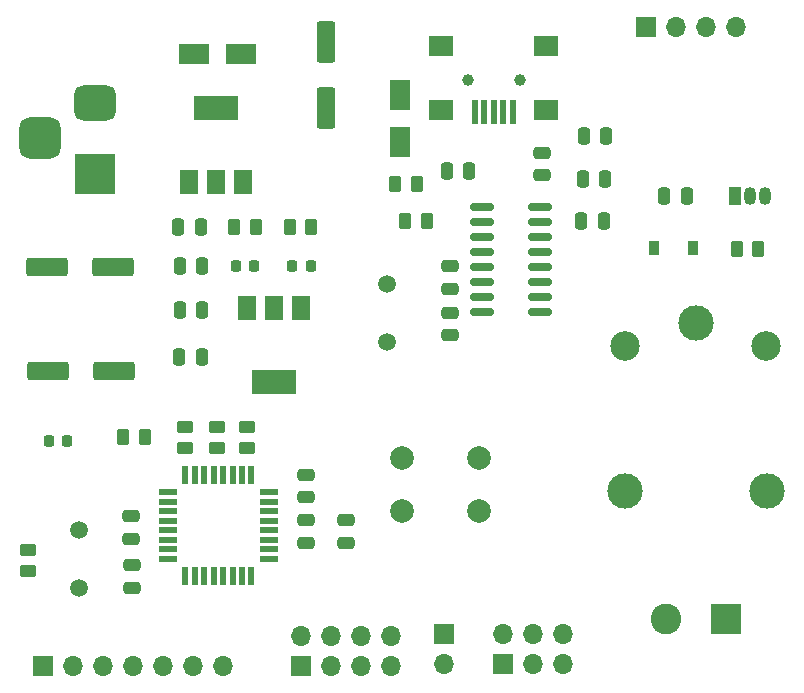
<source format=gbr>
%TF.GenerationSoftware,KiCad,Pcbnew,(6.0.5)*%
%TF.CreationDate,2022-09-16T11:29:29+05:30*%
%TF.ProjectId,wifi-module,77696669-2d6d-46f6-9475-6c652e6b6963,rev?*%
%TF.SameCoordinates,Original*%
%TF.FileFunction,Soldermask,Top*%
%TF.FilePolarity,Negative*%
%FSLAX46Y46*%
G04 Gerber Fmt 4.6, Leading zero omitted, Abs format (unit mm)*
G04 Created by KiCad (PCBNEW (6.0.5)) date 2022-09-16 11:29:29*
%MOMM*%
%LPD*%
G01*
G04 APERTURE LIST*
G04 Aperture macros list*
%AMRoundRect*
0 Rectangle with rounded corners*
0 $1 Rounding radius*
0 $2 $3 $4 $5 $6 $7 $8 $9 X,Y pos of 4 corners*
0 Add a 4 corners polygon primitive as box body*
4,1,4,$2,$3,$4,$5,$6,$7,$8,$9,$2,$3,0*
0 Add four circle primitives for the rounded corners*
1,1,$1+$1,$2,$3*
1,1,$1+$1,$4,$5*
1,1,$1+$1,$6,$7*
1,1,$1+$1,$8,$9*
0 Add four rect primitives between the rounded corners*
20,1,$1+$1,$2,$3,$4,$5,0*
20,1,$1+$1,$4,$5,$6,$7,0*
20,1,$1+$1,$6,$7,$8,$9,0*
20,1,$1+$1,$8,$9,$2,$3,0*%
G04 Aperture macros list end*
%ADD10R,1.800000X2.500000*%
%ADD11R,2.500000X1.800000*%
%ADD12R,1.050000X1.500000*%
%ADD13O,1.050000X1.500000*%
%ADD14C,3.000000*%
%ADD15C,2.500000*%
%ADD16RoundRect,0.250000X0.475000X-0.250000X0.475000X0.250000X-0.475000X0.250000X-0.475000X-0.250000X0*%
%ADD17C,2.000000*%
%ADD18RoundRect,0.218750X-0.218750X-0.256250X0.218750X-0.256250X0.218750X0.256250X-0.218750X0.256250X0*%
%ADD19RoundRect,0.250000X-0.475000X0.250000X-0.475000X-0.250000X0.475000X-0.250000X0.475000X0.250000X0*%
%ADD20R,3.500000X3.500000*%
%ADD21RoundRect,0.750000X-1.000000X0.750000X-1.000000X-0.750000X1.000000X-0.750000X1.000000X0.750000X0*%
%ADD22RoundRect,0.875000X-0.875000X0.875000X-0.875000X-0.875000X0.875000X-0.875000X0.875000X0.875000X0*%
%ADD23R,1.500000X2.000000*%
%ADD24R,3.800000X2.000000*%
%ADD25C,1.500000*%
%ADD26RoundRect,0.250000X1.500000X0.550000X-1.500000X0.550000X-1.500000X-0.550000X1.500000X-0.550000X0*%
%ADD27R,1.700000X1.700000*%
%ADD28O,1.700000X1.700000*%
%ADD29RoundRect,0.250000X-0.550000X1.500000X-0.550000X-1.500000X0.550000X-1.500000X0.550000X1.500000X0*%
%ADD30RoundRect,0.250000X0.262500X0.450000X-0.262500X0.450000X-0.262500X-0.450000X0.262500X-0.450000X0*%
%ADD31RoundRect,0.250000X-0.250000X-0.475000X0.250000X-0.475000X0.250000X0.475000X-0.250000X0.475000X0*%
%ADD32RoundRect,0.250000X0.250000X0.475000X-0.250000X0.475000X-0.250000X-0.475000X0.250000X-0.475000X0*%
%ADD33RoundRect,0.250000X-0.262500X-0.450000X0.262500X-0.450000X0.262500X0.450000X-0.262500X0.450000X0*%
%ADD34C,1.000000*%
%ADD35R,0.500000X2.000000*%
%ADD36R,2.000000X1.700000*%
%ADD37RoundRect,0.250000X-0.450000X0.262500X-0.450000X-0.262500X0.450000X-0.262500X0.450000X0.262500X0*%
%ADD38C,2.600000*%
%ADD39R,2.600000X2.600000*%
%ADD40RoundRect,0.250000X0.450000X-0.262500X0.450000X0.262500X-0.450000X0.262500X-0.450000X-0.262500X0*%
%ADD41R,1.600000X0.550000*%
%ADD42R,0.550000X1.600000*%
%ADD43RoundRect,0.150000X-0.825000X-0.150000X0.825000X-0.150000X0.825000X0.150000X-0.825000X0.150000X0*%
%ADD44R,0.900000X1.200000*%
G04 APERTURE END LIST*
D10*
%TO.C,D4*%
X103650000Y-61120000D03*
X103650000Y-57120000D03*
%TD*%
D11*
%TO.C,D1*%
X90200000Y-53650000D03*
X86200000Y-53650000D03*
%TD*%
D12*
%TO.C,Q1*%
X132040000Y-65650000D03*
D13*
X133310000Y-65650000D03*
X134580000Y-65650000D03*
%TD*%
D14*
%TO.C,K1*%
X128710000Y-76460000D03*
D15*
X122660000Y-78410000D03*
D14*
X122660000Y-90610000D03*
X134710000Y-90660000D03*
D15*
X134660000Y-78410000D03*
%TD*%
D16*
%TO.C,C4*%
X99090000Y-95010000D03*
X99090000Y-93110000D03*
%TD*%
D17*
%TO.C,SW1*%
X110310000Y-87820000D03*
X103810000Y-87820000D03*
X110310000Y-92320000D03*
X103810000Y-92320000D03*
%TD*%
D18*
%TO.C,D2*%
X73912500Y-86410000D03*
X75487500Y-86410000D03*
%TD*%
D19*
%TO.C,C17*%
X115650000Y-62020000D03*
X115650000Y-63920000D03*
%TD*%
D16*
%TO.C,C13*%
X107870000Y-77460000D03*
X107870000Y-75560000D03*
%TD*%
D20*
%TO.C,J4*%
X77847500Y-63780000D03*
D21*
X77847500Y-57780000D03*
D22*
X73147500Y-60780000D03*
%TD*%
D23*
%TO.C,U2*%
X85770000Y-64500000D03*
D24*
X88070000Y-58200000D03*
D23*
X88070000Y-64500000D03*
X90370000Y-64500000D03*
%TD*%
D25*
%TO.C,Y1*%
X76450000Y-98830000D03*
X76450000Y-93950000D03*
%TD*%
D26*
%TO.C,C6*%
X79400000Y-80470000D03*
X73800000Y-80470000D03*
%TD*%
D18*
%TO.C,D3*%
X89735000Y-71570000D03*
X91310000Y-71570000D03*
%TD*%
D26*
%TO.C,C2*%
X79360000Y-71700000D03*
X73760000Y-71700000D03*
%TD*%
D27*
%TO.C,J7*%
X95280000Y-105500000D03*
D28*
X95280000Y-102960000D03*
X97820000Y-105500000D03*
X97820000Y-102960000D03*
X100360000Y-105500000D03*
X100360000Y-102960000D03*
X102900000Y-105500000D03*
X102900000Y-102960000D03*
%TD*%
D29*
%TO.C,C3*%
X97390000Y-52600000D03*
X97390000Y-58200000D03*
%TD*%
D30*
%TO.C,R7*%
X96142500Y-68260000D03*
X94317500Y-68260000D03*
%TD*%
D31*
%TO.C,C19*%
X119000000Y-67820000D03*
X120900000Y-67820000D03*
%TD*%
D32*
%TO.C,C7*%
X86770000Y-68260000D03*
X84870000Y-68260000D03*
%TD*%
D27*
%TO.C,J2*%
X107410000Y-102765000D03*
D28*
X107410000Y-105305000D03*
%TD*%
D27*
%TO.C,J3*%
X73445000Y-105500000D03*
D28*
X75985000Y-105500000D03*
X78525000Y-105500000D03*
X81065000Y-105500000D03*
X83605000Y-105500000D03*
X86145000Y-105500000D03*
X88685000Y-105500000D03*
%TD*%
D33*
%TO.C,R6*%
X89597500Y-68270000D03*
X91422500Y-68270000D03*
%TD*%
D25*
%TO.C,Y2*%
X102510000Y-78010000D03*
X102510000Y-73130000D03*
%TD*%
D30*
%TO.C,R10*%
X133982500Y-70190000D03*
X132157500Y-70190000D03*
%TD*%
D32*
%TO.C,C10*%
X86890000Y-71630000D03*
X84990000Y-71630000D03*
%TD*%
D33*
%TO.C,R4*%
X80207500Y-86070000D03*
X82032500Y-86070000D03*
%TD*%
D19*
%TO.C,C1*%
X95700000Y-89280000D03*
X95700000Y-91180000D03*
%TD*%
D34*
%TO.C,J6*%
X113770000Y-55825000D03*
X109370000Y-55825000D03*
D35*
X113170000Y-58525000D03*
X112370000Y-58525000D03*
X111570000Y-58525000D03*
X110770000Y-58525000D03*
X109970000Y-58525000D03*
D36*
X107120000Y-52975000D03*
X107120000Y-58425000D03*
X116020000Y-52975000D03*
X116020000Y-58425000D03*
%TD*%
D37*
%TO.C,R2*%
X72170000Y-95630000D03*
X72170000Y-97455000D03*
%TD*%
D16*
%TO.C,C5*%
X95670000Y-95030000D03*
X95670000Y-93130000D03*
%TD*%
D19*
%TO.C,C12*%
X107850000Y-71620000D03*
X107850000Y-73520000D03*
%TD*%
D38*
%TO.C,J8*%
X126195000Y-101465000D03*
D39*
X131275000Y-101465000D03*
%TD*%
D40*
%TO.C,R5*%
X90690000Y-87022500D03*
X90690000Y-85197500D03*
%TD*%
D41*
%TO.C,U1*%
X84020000Y-90770000D03*
X84020000Y-91570000D03*
X84020000Y-92370000D03*
X84020000Y-93170000D03*
X84020000Y-93970000D03*
X84020000Y-94770000D03*
X84020000Y-95570000D03*
X84020000Y-96370000D03*
D42*
X85470000Y-97820000D03*
X86270000Y-97820000D03*
X87070000Y-97820000D03*
X87870000Y-97820000D03*
X88670000Y-97820000D03*
X89470000Y-97820000D03*
X90270000Y-97820000D03*
X91070000Y-97820000D03*
D41*
X92520000Y-96370000D03*
X92520000Y-95570000D03*
X92520000Y-94770000D03*
X92520000Y-93970000D03*
X92520000Y-93170000D03*
X92520000Y-92370000D03*
X92520000Y-91570000D03*
X92520000Y-90770000D03*
D42*
X91070000Y-89320000D03*
X90270000Y-89320000D03*
X89470000Y-89320000D03*
X88670000Y-89320000D03*
X87870000Y-89320000D03*
X87070000Y-89320000D03*
X86270000Y-89320000D03*
X85470000Y-89320000D03*
%TD*%
D27*
%TO.C,J1*%
X124460000Y-51330000D03*
D28*
X127000000Y-51330000D03*
X129540000Y-51330000D03*
X132080000Y-51330000D03*
%TD*%
D16*
%TO.C,C8*%
X80900000Y-94670000D03*
X80900000Y-92770000D03*
%TD*%
D43*
%TO.C,U4*%
X110565000Y-66605000D03*
X110565000Y-67875000D03*
X110565000Y-69145000D03*
X110565000Y-70415000D03*
X110565000Y-71685000D03*
X110565000Y-72955000D03*
X110565000Y-74225000D03*
X110565000Y-75495000D03*
X115515000Y-75495000D03*
X115515000Y-74225000D03*
X115515000Y-72955000D03*
X115515000Y-71685000D03*
X115515000Y-70415000D03*
X115515000Y-69145000D03*
X115515000Y-67875000D03*
X115515000Y-66605000D03*
%TD*%
D31*
%TO.C,C18*%
X119180000Y-60590000D03*
X121080000Y-60590000D03*
%TD*%
D18*
%TO.C,D5*%
X94522500Y-71560000D03*
X96097500Y-71560000D03*
%TD*%
D27*
%TO.C,J5*%
X112375000Y-105265000D03*
D28*
X112375000Y-102725000D03*
X114915000Y-105265000D03*
X114915000Y-102725000D03*
X117455000Y-105265000D03*
X117455000Y-102725000D03*
%TD*%
D33*
%TO.C,R8*%
X104077500Y-67750000D03*
X105902500Y-67750000D03*
%TD*%
D40*
%TO.C,R3*%
X85450000Y-87012500D03*
X85450000Y-85187500D03*
%TD*%
D23*
%TO.C,U3*%
X95280000Y-75110000D03*
X92980000Y-75110000D03*
D24*
X92980000Y-81410000D03*
D23*
X90680000Y-75110000D03*
%TD*%
D44*
%TO.C,D6*%
X128420000Y-70060000D03*
X125120000Y-70060000D03*
%TD*%
D32*
%TO.C,C20*%
X127920000Y-65710000D03*
X126020000Y-65710000D03*
%TD*%
D40*
%TO.C,R1*%
X88120000Y-87042500D03*
X88120000Y-85217500D03*
%TD*%
D19*
%TO.C,C9*%
X80980000Y-96950000D03*
X80980000Y-98850000D03*
%TD*%
D32*
%TO.C,C15*%
X86840000Y-79310000D03*
X84940000Y-79310000D03*
%TD*%
%TO.C,C11*%
X86910000Y-75320000D03*
X85010000Y-75320000D03*
%TD*%
D31*
%TO.C,C14*%
X107600000Y-63570000D03*
X109500000Y-63570000D03*
%TD*%
D33*
%TO.C,R9*%
X103237500Y-64680000D03*
X105062500Y-64680000D03*
%TD*%
D32*
%TO.C,C16*%
X121000000Y-64230000D03*
X119100000Y-64230000D03*
%TD*%
M02*

</source>
